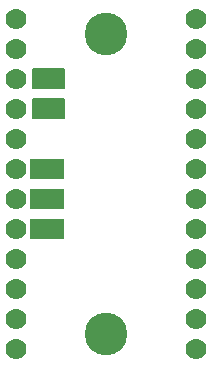
<source format=gbr>
G04 EAGLE Gerber RS-274X export*
G75*
%MOMM*%
%FSLAX34Y34*%
%LPD*%
%INSoldermask Bottom*%
%IPPOS*%
%AMOC8*
5,1,8,0,0,1.08239X$1,22.5*%
G01*
%ADD10R,1.270000X1.701800*%
%ADD11R,0.736600X0.304800*%
%ADD12C,3.617600*%
%ADD13C,1.778000*%
%ADD14R,2.921000X1.651000*%

G36*
X53458Y232426D02*
X53458Y232426D01*
X53577Y232433D01*
X53615Y232446D01*
X53656Y232451D01*
X53766Y232494D01*
X53879Y232531D01*
X53914Y232553D01*
X53951Y232568D01*
X54047Y232638D01*
X54148Y232701D01*
X54176Y232731D01*
X54209Y232754D01*
X54285Y232846D01*
X54366Y232933D01*
X54386Y232968D01*
X54411Y232999D01*
X54462Y233107D01*
X54520Y233211D01*
X54530Y233251D01*
X54547Y233287D01*
X54569Y233404D01*
X54599Y233519D01*
X54603Y233580D01*
X54607Y233600D01*
X54605Y233620D01*
X54609Y233680D01*
X54609Y248920D01*
X54594Y249038D01*
X54587Y249157D01*
X54574Y249195D01*
X54569Y249236D01*
X54526Y249346D01*
X54489Y249459D01*
X54467Y249494D01*
X54452Y249531D01*
X54383Y249627D01*
X54319Y249728D01*
X54289Y249756D01*
X54266Y249789D01*
X54174Y249865D01*
X54087Y249946D01*
X54052Y249966D01*
X54021Y249991D01*
X53913Y250042D01*
X53809Y250100D01*
X53769Y250110D01*
X53733Y250127D01*
X53616Y250149D01*
X53501Y250179D01*
X53441Y250183D01*
X53421Y250187D01*
X53400Y250185D01*
X53340Y250189D01*
X27940Y250189D01*
X27822Y250174D01*
X27703Y250167D01*
X27665Y250154D01*
X27624Y250149D01*
X27514Y250106D01*
X27401Y250069D01*
X27366Y250047D01*
X27329Y250032D01*
X27233Y249963D01*
X27132Y249899D01*
X27104Y249869D01*
X27071Y249846D01*
X26996Y249754D01*
X26914Y249667D01*
X26894Y249632D01*
X26869Y249601D01*
X26818Y249493D01*
X26760Y249389D01*
X26750Y249349D01*
X26733Y249313D01*
X26711Y249196D01*
X26681Y249081D01*
X26677Y249021D01*
X26673Y249001D01*
X26674Y248994D01*
X26673Y248992D01*
X26674Y248976D01*
X26671Y248920D01*
X26671Y233680D01*
X26686Y233562D01*
X26693Y233443D01*
X26706Y233405D01*
X26711Y233364D01*
X26754Y233254D01*
X26791Y233141D01*
X26813Y233106D01*
X26828Y233069D01*
X26898Y232973D01*
X26961Y232872D01*
X26991Y232844D01*
X27014Y232811D01*
X27106Y232736D01*
X27193Y232654D01*
X27228Y232634D01*
X27259Y232609D01*
X27367Y232558D01*
X27471Y232500D01*
X27511Y232490D01*
X27547Y232473D01*
X27664Y232451D01*
X27779Y232421D01*
X27840Y232417D01*
X27860Y232413D01*
X27880Y232415D01*
X27940Y232411D01*
X53340Y232411D01*
X53458Y232426D01*
G37*
G36*
X53458Y207026D02*
X53458Y207026D01*
X53577Y207033D01*
X53615Y207046D01*
X53656Y207051D01*
X53766Y207094D01*
X53879Y207131D01*
X53914Y207153D01*
X53951Y207168D01*
X54047Y207238D01*
X54148Y207301D01*
X54176Y207331D01*
X54209Y207354D01*
X54285Y207446D01*
X54366Y207533D01*
X54386Y207568D01*
X54411Y207599D01*
X54462Y207707D01*
X54520Y207811D01*
X54530Y207851D01*
X54547Y207887D01*
X54569Y208004D01*
X54599Y208119D01*
X54603Y208180D01*
X54607Y208200D01*
X54605Y208220D01*
X54609Y208280D01*
X54609Y223520D01*
X54594Y223638D01*
X54587Y223757D01*
X54574Y223795D01*
X54569Y223836D01*
X54526Y223946D01*
X54489Y224059D01*
X54467Y224094D01*
X54452Y224131D01*
X54383Y224227D01*
X54319Y224328D01*
X54289Y224356D01*
X54266Y224389D01*
X54174Y224465D01*
X54087Y224546D01*
X54052Y224566D01*
X54021Y224591D01*
X53913Y224642D01*
X53809Y224700D01*
X53769Y224710D01*
X53733Y224727D01*
X53616Y224749D01*
X53501Y224779D01*
X53441Y224783D01*
X53421Y224787D01*
X53400Y224785D01*
X53340Y224789D01*
X27940Y224789D01*
X27822Y224774D01*
X27703Y224767D01*
X27665Y224754D01*
X27624Y224749D01*
X27514Y224706D01*
X27401Y224669D01*
X27366Y224647D01*
X27329Y224632D01*
X27233Y224563D01*
X27132Y224499D01*
X27104Y224469D01*
X27071Y224446D01*
X26996Y224354D01*
X26914Y224267D01*
X26894Y224232D01*
X26869Y224201D01*
X26818Y224093D01*
X26760Y223989D01*
X26750Y223949D01*
X26733Y223913D01*
X26711Y223796D01*
X26681Y223681D01*
X26677Y223621D01*
X26673Y223601D01*
X26674Y223594D01*
X26673Y223592D01*
X26674Y223576D01*
X26671Y223520D01*
X26671Y208280D01*
X26686Y208162D01*
X26693Y208043D01*
X26706Y208005D01*
X26711Y207964D01*
X26754Y207854D01*
X26791Y207741D01*
X26813Y207706D01*
X26828Y207669D01*
X26898Y207573D01*
X26961Y207472D01*
X26991Y207444D01*
X27014Y207411D01*
X27106Y207336D01*
X27193Y207254D01*
X27228Y207234D01*
X27259Y207209D01*
X27367Y207158D01*
X27471Y207100D01*
X27511Y207090D01*
X27547Y207073D01*
X27664Y207051D01*
X27779Y207021D01*
X27840Y207017D01*
X27860Y207013D01*
X27880Y207015D01*
X27940Y207011D01*
X53340Y207011D01*
X53458Y207026D01*
G37*
D10*
X33020Y215900D03*
X48260Y215900D03*
D11*
X40640Y215900D03*
D10*
X33020Y241300D03*
X48260Y241300D03*
D11*
X40640Y241300D03*
D12*
X88900Y25400D03*
X88900Y279400D03*
D13*
X12700Y292100D03*
X12700Y266700D03*
X12700Y241300D03*
X12700Y215900D03*
X12700Y190500D03*
X12700Y165100D03*
X12700Y139700D03*
X12700Y114300D03*
X12700Y88900D03*
X12700Y63500D03*
X12700Y38100D03*
X12700Y12700D03*
X165100Y12700D03*
X165100Y38100D03*
X165100Y63500D03*
X165100Y88900D03*
X165100Y114300D03*
X165100Y139700D03*
X165100Y165100D03*
X165100Y190500D03*
X165100Y215900D03*
X165100Y241300D03*
X165100Y266700D03*
X165100Y292100D03*
D14*
X39370Y114300D03*
X39370Y165100D03*
X39370Y139700D03*
M02*

</source>
